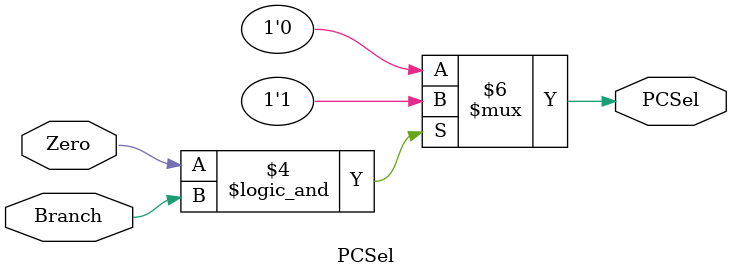
<source format=v>
`timescale 1ns / 1ps


/// PCSel ///
module PCSel(
input Zero,Branch,
output reg PCSel
);

always @(*)begin
 
    if(Zero == 1'b1 && Branch == 1'b1)begin // AND gate output if branch and zero are 1
        PCSel <= 1'b1;
        end
    else begin
        PCSel <= 1'b0;
        end
end

endmodule
</source>
